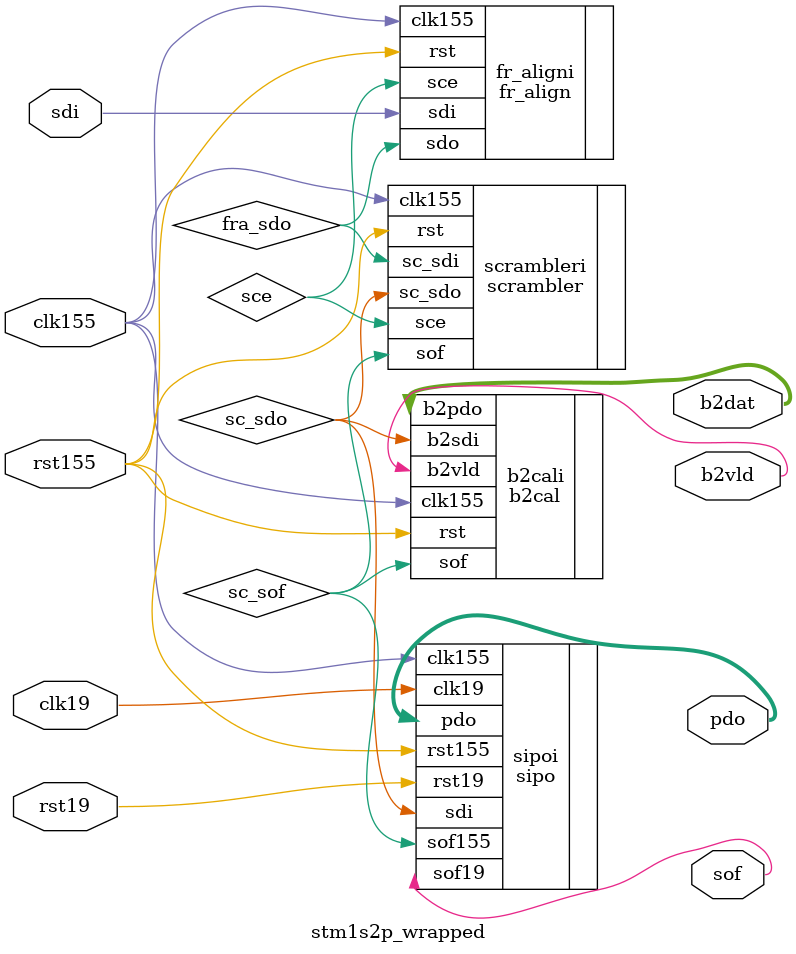
<source format=v>

module stm1s2p_wrapped
    (
     clk155,
     rst155,

     clk19,
     rst19,
     
     sdi,

     pdo,
     sof,
     b2dat,
     b2vld
     );

////////////////////////////////////////////////////////////////////////////////
// Port declarations

input clk155;
input rst155;

input clk19;
input rst19;

input sdi;

output [7:0] pdo;
output       sof;
output [23:0] b2dat;
output        b2vld;
              
////////////////////////////////////////////////////////////////////////////////
// Output declarations

////////////////////////////////////////////////////////////////////////////////
// Local logic and instantiation

wire      fra_sdo;
wire      sce;
fr_align    fr_aligni
    (
     .clk155(clk155),
     .rst(rst155),

     .sdi(sdi),
     .sdo(fra_sdo),
     .sce(sce)
     );

wire      sc_sdo;
wire      sc_sof;
scrambler   scrambleri
    (
     .clk155(clk155),
     .rst(rst155),
    
     .sc_sdi(fra_sdo),
     .sce(sce),
     
     .sc_sdo(sc_sdo),
     .sof(sc_sof)
     );

sipo    sipoi
    (
     .clk155(clk155),
     .rst155(rst155),

     .clk19(clk19),
     .rst19(rst19),
     
     .sdi(sc_sdo),
     .sof155(sc_sof),
     .pdo(pdo),
     .sof19(sof)
     );

b2cal    b2cali
    (
     .clk155(clk155),
     .rst(rst155),

     .b2sdi(sc_sdo),
     .sof(sc_sof),
     .b2pdo(b2dat),
     .b2vld(b2vld)
     );

endmodule 

</source>
